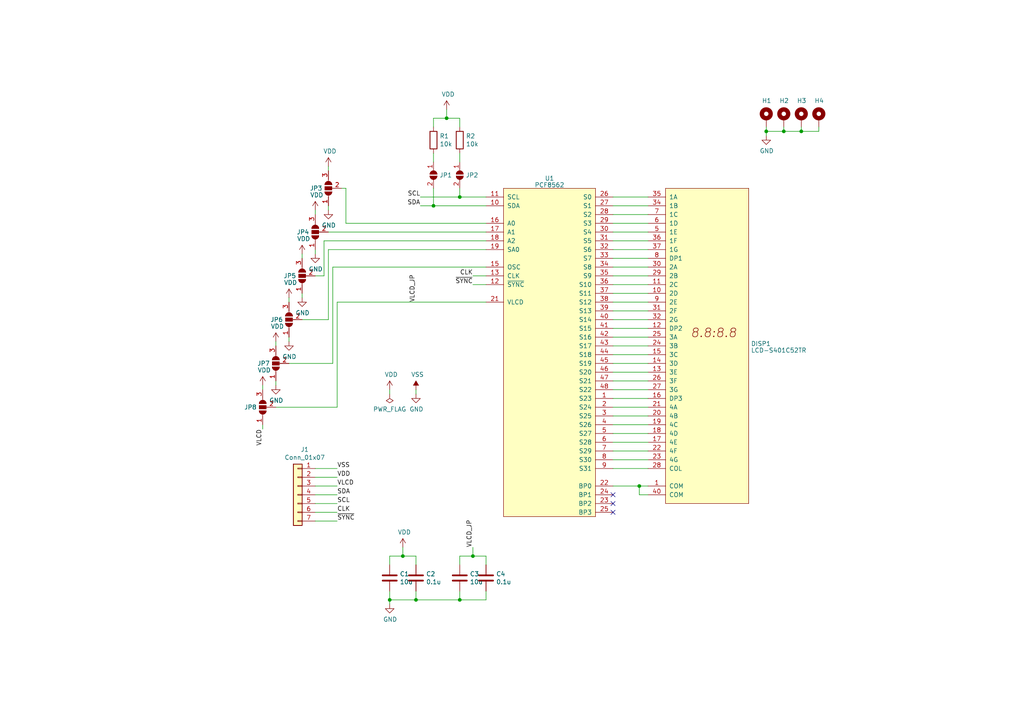
<source format=kicad_sch>
(kicad_sch (version 20230121) (generator eeschema)
  (paper "A4")
  (title_block (title "LCD 7 Segment Driver") (date "2021-02-01") (rev "2020.12") (company "github.com/SomeInterestingUserName/lcd-7seg"))
  (lib_symbols
    (symbol "Connector_Generic:Conn_01x07" (pin_names (offset 1.016) hide)
      (property "Reference" "J" (at 0 10.16 0))
      (property "Value" "Conn_01x07" (at 0 -10.16 0))
      (symbol "Conn_01x07_1_1"
        (rectangle (start -1.27 -7.493) (end 0 -7.747) (stroke (width 0.1524)))
        (rectangle (start -1.27 -4.953) (end 0 -5.207) (stroke (width 0.1524)))
        (rectangle (start -1.27 -2.413) (end 0 -2.667) (stroke (width 0.1524)))
        (rectangle (start -1.27 0.127) (end 0 -0.127) (stroke (width 0.1524)))
        (rectangle (start -1.27 2.667) (end 0 2.413) (stroke (width 0.1524)))
        (rectangle (start -1.27 5.207) (end 0 4.953) (stroke (width 0.1524)))
        (rectangle (start -1.27 7.747) (end 0 7.493) (stroke (width 0.1524)))
        (rectangle (start -1.27 8.89) (end 1.27 -8.89) (stroke (width 0.254)) (fill (type background)))
        (pin passive line (at -5.08 7.62 0) (length 3.81) (name "Pin_1") (number "1"))
        (pin passive line (at -5.08 5.08 0) (length 3.81) (name "Pin_2") (number "2"))
        (pin passive line (at -5.08 2.54 0) (length 3.81) (name "Pin_3") (number "3"))
        (pin passive line (at -5.08 0 0) (length 3.81) (name "Pin_4") (number "4"))
        (pin passive line (at -5.08 -2.54 0) (length 3.81) (name "Pin_5") (number "5"))
        (pin passive line (at -5.08 -5.08 0) (length 3.81) (name "Pin_6") (number "6"))
        (pin passive line (at -5.08 -7.62 0) (length 3.81) (name "Pin_7") (number "7"))
      )
    )
    (symbol "Device:C" (pin_numbers hide) (pin_names (offset 0.254))
      (property "Reference" "C" (at 0.635 2.54 0))
      (property "Value" "C" (at 0.635 -2.54 0))
      (symbol "C_0_1"
        (polyline (pts (xy -2.032 -0.762) (xy 2.032 -0.762)) (stroke (width 0.508)))
        (polyline (pts (xy -2.032 0.762) (xy 2.032 0.762)) (stroke (width 0.508)))
      )
      (symbol "C_1_1"
        (pin passive line (at 0 3.81 270) (length 2.794) (name "~") (number "1"))
        (pin passive line (at 0 -3.81 90) (length 2.794) (name "~") (number "2"))
      )
    )
    (symbol "Device:R" (pin_numbers hide) (pin_names (offset 0))
      (property "Reference" "R" (at 2.032 0 90))
      (property "Value" "R" (at 0 0 90))
      (symbol "R_0_1"
        (rectangle (start -1.016 -2.54) (end 1.016 2.54) (stroke (width 0.254)))
      )
      (symbol "R_1_1"
        (pin passive line (at 0 3.81 270) (length 1.27) (name "~") (number "1"))
        (pin passive line (at 0 -3.81 90) (length 1.27) (name "~") (number "2"))
      )
    )
    (symbol "Jumper:SolderJumper_2_Open" (pin_names (offset 0) hide)
      (property "Reference" "JP" (at 0 2.032 0))
      (property "Value" "SolderJumper_2_Open" (at 0 -2.54 0))
      (symbol "SolderJumper_2_Open_0_1"
        (arc (start -0.254 1.016) (mid -1.2656 0) (end -0.254 -1.016))
        (arc (start -0.254 1.016) (mid -1.2656 0) (end -0.254 -1.016) (fill (type outline)))
        (polyline (pts (xy -0.254 1.016) (xy -0.254 -1.016)))
        (polyline (pts (xy 0.254 1.016) (xy 0.254 -1.016)))
        (arc (start 0.254 -1.016) (mid 1.2656 0) (end 0.254 1.016))
        (arc (start 0.254 -1.016) (mid 1.2656 0) (end 0.254 1.016) (fill (type outline)))
      )
      (symbol "SolderJumper_2_Open_1_1"
        (pin passive line (at -3.81 0 0) (length 2.54) (name "A") (number "1"))
        (pin passive line (at 3.81 0 180) (length 2.54) (name "B") (number "2"))
      )
    )
    (symbol "Jumper:SolderJumper_3_Open" (pin_names (offset 0) hide)
      (property "Reference" "JP" (at -2.54 -2.54 0))
      (property "Value" "SolderJumper_3_Open" (at 0 2.794 0))
      (symbol "SolderJumper_3_Open_0_1"
        (arc (start -1.016 1.016) (mid -2.0276 0) (end -1.016 -1.016))
        (arc (start -1.016 1.016) (mid -2.0276 0) (end -1.016 -1.016) (fill (type outline)))
        (rectangle (start -0.508 1.016) (end 0.508 -1.016) (fill (type outline)))
        (polyline (pts (xy -2.54 0) (xy -2.032 0)))
        (polyline (pts (xy -1.016 1.016) (xy -1.016 -1.016)))
        (polyline (pts (xy 0 -1.27) (xy 0 -1.016)))
        (polyline (pts (xy 1.016 1.016) (xy 1.016 -1.016)))
        (polyline (pts (xy 2.54 0) (xy 2.032 0)))
        (arc (start 1.016 -1.016) (mid 2.0276 0) (end 1.016 1.016))
        (arc (start 1.016 -1.016) (mid 2.0276 0) (end 1.016 1.016) (fill (type outline)))
      )
      (symbol "SolderJumper_3_Open_1_1"
        (pin passive line (at -5.08 0 0) (length 2.54) (name "A") (number "1"))
        (pin passive line (at 0 -3.81 90) (length 2.54) (name "C") (number "2"))
        (pin passive line (at 5.08 0 180) (length 2.54) (name "B") (number "3"))
      )
    )
    (symbol "Mechanical:MountingHole_Pad" (pin_numbers hide) (pin_names (offset 1.016) hide)
      (property "Reference" "H" (at 0 6.35 0))
      (property "Value" "MountingHole_Pad" (at 0 4.445 0))
      (symbol "MountingHole_Pad_0_1"
        (circle (center 0 1.27) (radius 1.27) (stroke (width 1.27)))
      )
      (symbol "MountingHole_Pad_1_1"
        (pin input line (at 0 -2.54 90) (length 2.54) (name "1") (number "1"))
      )
    )
    (symbol "lcd-7seg:LCD-S401C52TR" (pin_names (offset 1.016))
      (property "Reference" "DISP" (at 1.27 3.81 0))
      (property "Value" "LCD-S401C52TR" (at 7.62 1.27 0))
      (symbol "LCD-S401C52TR_0_0"
        (text "8.8:8.8" (at 13.97 -41.91 0) (effects (font (size 2.54 2.54) italic)))
      )
      (symbol "LCD-S401C52TR_0_1"
        (rectangle (start 24.13 -91.44) (end 0 0) (fill (type background)))
      )
      (symbol "LCD-S401C52TR_1_1"
        (pin input line (at -5.08 -86.36 0) (length 5.08) (name "COM") (number "1"))
        (pin input line (at -5.08 -30.48 0) (length 5.08) (name "2D") (number "10"))
        (pin input line (at -5.08 -27.94 0) (length 5.08) (name "2C") (number "11"))
        (pin input line (at -5.08 -40.64 0) (length 5.08) (name "DP2") (number "12"))
        (pin input line (at -5.08 -53.34 0) (length 5.08) (name "3E") (number "13"))
        (pin input line (at -5.08 -50.8 0) (length 5.08) (name "3D") (number "14"))
        (pin input line (at -5.08 -48.26 0) (length 5.08) (name "3C") (number "15"))
        (pin input line (at -5.08 -60.96 0) (length 5.08) (name "DP3") (number "16"))
        (pin input line (at -5.08 -73.66 0) (length 5.08) (name "4E") (number "17"))
        (pin input line (at -5.08 -71.12 0) (length 5.08) (name "4D") (number "18"))
        (pin input line (at -5.08 -68.58 0) (length 5.08) (name "4C") (number "19"))
        (pin no_connect line (at 29.21 -3.81 180) (length 5.08) hide (name "N/C") (number "2"))
        (pin input line (at -5.08 -66.04 0) (length 5.08) (name "4B") (number "20"))
        (pin input line (at -5.08 -63.5 0) (length 5.08) (name "4A") (number "21"))
        (pin input line (at -5.08 -76.2 0) (length 5.08) (name "4F") (number "22"))
        (pin input line (at -5.08 -78.74 0) (length 5.08) (name "4G") (number "23"))
        (pin input line (at -5.08 -45.72 0) (length 5.08) (name "3B") (number "24"))
        (pin input line (at -5.08 -43.18 0) (length 5.08) (name "3A") (number "25"))
        (pin input line (at -5.08 -55.88 0) (length 5.08) (name "3F") (number "26"))
        (pin input line (at -5.08 -58.42 0) (length 5.08) (name "3G") (number "27"))
        (pin input line (at -5.08 -81.28 0) (length 5.08) (name "COL") (number "28"))
        (pin input line (at -5.08 -25.4 0) (length 5.08) (name "2B") (number "29"))
        (pin no_connect line (at 29.21 -6.35 180) (length 5.08) hide (name "N/C") (number "3"))
        (pin input line (at -5.08 -22.86 0) (length 5.08) (name "2A") (number "30"))
        (pin input line (at -5.08 -35.56 0) (length 5.08) (name "2F") (number "31"))
        (pin input line (at -5.08 -38.1 0) (length 5.08) (name "2G") (number "32"))
        (pin no_connect line (at 29.21 -11.43 180) (length 5.08) hide (name "N/C") (number "33"))
        (pin input line (at -5.08 -5.08 0) (length 5.08) (name "1B") (number "34"))
        (pin input line (at -5.08 -2.54 0) (length 5.08) (name "1A") (number "35"))
        (pin input line (at -5.08 -15.24 0) (length 5.08) (name "1F") (number "36"))
        (pin input line (at -5.08 -17.78 0) (length 5.08) (name "1G") (number "37"))
        (pin no_connect line (at 29.21 -13.97 180) (length 5.08) hide (name "N/C") (number "38"))
        (pin no_connect line (at 29.21 -16.51 180) (length 5.08) hide (name "N/C") (number "39"))
        (pin no_connect line (at 29.21 -8.89 180) (length 5.08) hide (name "N/C") (number "4"))
        (pin input line (at -5.08 -88.9 0) (length 5.08) (name "COM") (number "40"))
        (pin input line (at -5.08 -12.7 0) (length 5.08) (name "1E") (number "5"))
        (pin input line (at -5.08 -10.16 0) (length 5.08) (name "1D") (number "6"))
        (pin input line (at -5.08 -7.62 0) (length 5.08) (name "1C") (number "7"))
        (pin input line (at -5.08 -20.32 0) (length 5.08) (name "DP1") (number "8"))
        (pin input line (at -5.08 -33.02 0) (length 5.08) (name "2E") (number "9"))
      )
    )
    (symbol "lcd-7seg:PCF8562" (pin_names (offset 1.016))
      (property "Reference" "U" (at 2.54 3.81 0))
      (property "Value" "PCF8562" (at 5.08 1.27 0))
      (symbol "PCF8562_0_1"
        (rectangle (start 26.67 0) (end 0 -95.25) (fill (type background)))
      )
      (symbol "PCF8562_1_1"
        (pin output line (at 31.75 -60.96 180) (length 5.08) (name "S23") (number "1"))
        (pin input line (at -5.08 -5.08 0) (length 5.08) (name "SDA") (number "10"))
        (pin input line (at -5.08 -2.54 0) (length 5.08) (name "SCL") (number "11"))
        (pin input line (at -5.08 -27.94 0) (length 5.08) (name "~{SYNC}") (number "12"))
        (pin input line (at -5.08 -25.4 0) (length 5.08) (name "CLK") (number "13"))
        (pin power_in line (at 17.78 5.08 270) (length 5.08) hide (name "VDD") (number "14"))
        (pin input line (at -5.08 -22.86 0) (length 5.08) (name "OSC") (number "15"))
        (pin input line (at -5.08 -10.16 0) (length 5.08) (name "A0") (number "16"))
        (pin input line (at -5.08 -12.7 0) (length 5.08) (name "A1") (number "17"))
        (pin input line (at -5.08 -15.24 0) (length 5.08) (name "A2") (number "18"))
        (pin input line (at -5.08 -17.78 0) (length 5.08) (name "SA0") (number "19"))
        (pin output line (at 31.75 -63.5 180) (length 5.08) (name "S24") (number "2"))
        (pin power_in line (at 13.97 -100.33 90) (length 5.08) hide (name "VSS") (number "20"))
        (pin input line (at -5.08 -33.02 0) (length 5.08) (name "VLCD") (number "21"))
        (pin output line (at 31.75 -86.36 180) (length 5.08) (name "BP0") (number "22"))
        (pin output line (at 31.75 -91.44 180) (length 5.08) (name "BP2") (number "23"))
        (pin output line (at 31.75 -88.9 180) (length 5.08) (name "BP1") (number "24"))
        (pin output line (at 31.75 -93.98 180) (length 5.08) (name "BP3") (number "25"))
        (pin output line (at 31.75 -2.54 180) (length 5.08) (name "S0") (number "26"))
        (pin output line (at 31.75 -5.08 180) (length 5.08) (name "S1") (number "27"))
        (pin output line (at 31.75 -7.62 180) (length 5.08) (name "S2") (number "28"))
        (pin output line (at 31.75 -10.16 180) (length 5.08) (name "S3") (number "29"))
        (pin output line (at 31.75 -66.04 180) (length 5.08) (name "S25") (number "3"))
        (pin output line (at 31.75 -12.7 180) (length 5.08) (name "S4") (number "30"))
        (pin output line (at 31.75 -15.24 180) (length 5.08) (name "S5") (number "31"))
        (pin output line (at 31.75 -17.78 180) (length 5.08) (name "S6") (number "32"))
        (pin output line (at 31.75 -20.32 180) (length 5.08) (name "S7") (number "33"))
        (pin output line (at 31.75 -22.86 180) (length 5.08) (name "S8") (number "34"))
        (pin output line (at 31.75 -25.4 180) (length 5.08) (name "S9") (number "35"))
        (pin output line (at 31.75 -27.94 180) (length 5.08) (name "S10") (number "36"))
        (pin output line (at 31.75 -30.48 180) (length 5.08) (name "S11") (number "37"))
        (pin output line (at 31.75 -33.02 180) (length 5.08) (name "S12") (number "38"))
        (pin output line (at 31.75 -35.56 180) (length 5.08) (name "S13") (number "39"))
        (pin output line (at 31.75 -68.58 180) (length 5.08) (name "S26") (number "4"))
        (pin output line (at 31.75 -38.1 180) (length 5.08) (name "S14") (number "40"))
        (pin output line (at 31.75 -40.64 180) (length 5.08) (name "S15") (number "41"))
        (pin output line (at 31.75 -43.18 180) (length 5.08) (name "S16") (number "42"))
        (pin output line (at 31.75 -45.72 180) (length 5.08) (name "S17") (number "43"))
        (pin output line (at 31.75 -48.26 180) (length 5.08) (name "S18") (number "44"))
        (pin output line (at 31.75 -50.8 180) (length 5.08) (name "S19") (number "45"))
        (pin output line (at 31.75 -53.34 180) (length 5.08) (name "S20") (number "46"))
        (pin output line (at 31.75 -55.88 180) (length 5.08) (name "S21") (number "47"))
        (pin output line (at 31.75 -58.42 180) (length 5.08) (name "S22") (number "48"))
        (pin output line (at 31.75 -71.12 180) (length 5.08) (name "S27") (number "5"))
        (pin output line (at 31.75 -73.66 180) (length 5.08) (name "S28") (number "6"))
        (pin output line (at 31.75 -76.2 180) (length 5.08) (name "S29") (number "7"))
        (pin output line (at 31.75 -78.74 180) (length 5.08) (name "S30") (number "8"))
        (pin output line (at 31.75 -81.28 180) (length 5.08) (name "S31") (number "9"))
      )
    )
    (symbol "power:GND" (power) (pin_names (offset 0))
      (property "Value" "GND" (at 0 -3.81 0))
      (symbol "GND_0_1"
        (polyline (pts (xy 0 0) (xy 0 -1.27) (xy 1.27 -1.27) (xy 0 -2.54) (xy -1.27 -1.27) (xy 0 -1.27)))
      )
      (symbol "GND_1_1"
        (pin power_in line (at 0 0 270) (length 0) hide (name "GND") (number "1"))
      )
    )
    (symbol "power:PWR_FLAG" (power) (pin_numbers hide) (pin_names (offset 0) hide)
      (property "Value" "PWR_FLAG" (at 0 3.81 0))
      (symbol "PWR_FLAG_0_0"
        (pin power_out line (at 0 0 90) (length 0) (name "pwr") (number "1"))
      )
      (symbol "PWR_FLAG_0_1"
        (polyline (pts (xy 0 0) (xy 0 1.27) (xy -1.016 1.905) (xy 0 2.54) (xy 1.016 1.905) (xy 0 1.27)))
      )
    )
    (symbol "power:VDD" (power) (pin_names (offset 0))
      (property "Value" "VDD" (at 0 3.81 0))
      (symbol "VDD_0_1"
        (polyline (pts (xy -0.762 1.27) (xy 0 2.54)))
        (polyline (pts (xy 0 0) (xy 0 2.54)))
        (polyline (pts (xy 0 2.54) (xy 0.762 1.27)))
      )
      (symbol "VDD_1_1"
        (pin power_in line (at 0 0 90) (length 0) hide (name "VDD") (number "1"))
      )
    )
    (symbol "power:VSS" (power) (pin_names (offset 0))
      (property "Value" "VSS" (at 0 3.81 0))
      (symbol "VSS_0_1"
        (polyline (pts (xy 0 0) (xy 0 2.54)))
        (polyline (pts (xy 0.762 1.27) (xy -0.762 1.27) (xy 0 2.54) (xy 0.762 1.27)) (fill (type outline)))
      )
      (symbol "VSS_1_1"
        (pin power_in line (at 0 0 90) (length 0) hide (name "VSS") (number "1"))
      )
    )
  )
  (junction (at 120.65 173.99))
  (junction (at 116.84 161.29))
  (junction (at 137.16 161.29))
  (junction (at 232.41 38.1))
  (junction (at 133.35 173.99))
  (junction (at 133.35 57.15))
  (junction (at 185.42 140.97))
  (junction (at 113.03 173.99))
  (junction (at 129.54 34.29))
  (junction (at 227.33 38.1))
  (junction (at 125.73 59.69))
  (junction (at 222.25 38.1))
  (no_connect (at 177.8 146.05))
  (no_connect (at 177.8 148.59))
  (no_connect (at 177.8 143.51))
  (wire (pts (xy 227.33 38.1) (xy 232.41 38.1)))
  (wire (pts (xy 177.8 67.31) (xy 187.96 67.31)))
  (wire (pts (xy 177.8 85.09) (xy 187.96 85.09)))
  (wire (pts (xy 177.8 102.87) (xy 187.96 102.87)))
  (wire (pts (xy 177.8 59.69) (xy 187.96 59.69)))
  (wire (pts (xy 177.8 90.17) (xy 187.96 90.17)))
  (wire (pts (xy 137.16 161.29) (xy 140.97 161.29)))
  (wire (pts (xy 177.8 125.73) (xy 187.96 125.73)))
  (wire (pts (xy 125.73 59.69) (xy 140.97 59.69)))
  (wire (pts (xy 125.73 59.69) (xy 121.92 59.69)))
  (wire (pts (xy 95.25 60.96) (xy 95.25 59.69)))
  (wire (pts (xy 177.8 57.15) (xy 187.96 57.15)))
  (wire (pts (xy 91.44 135.89) (xy 97.79 135.89)))
  (wire (pts (xy 113.03 175.26) (xy 113.03 173.99)))
  (wire (pts (xy 95.25 67.31) (xy 140.97 67.31)))
  (wire (pts (xy 91.44 60.96) (xy 91.44 62.23)))
  (wire (pts (xy 76.2 124.46) (xy 76.2 123.19)))
  (wire (pts (xy 140.97 173.99) (xy 140.97 171.45)))
  (wire (pts (xy 97.79 87.63) (xy 140.97 87.63)))
  (wire (pts (xy 177.8 133.35) (xy 187.96 133.35)))
  (wire (pts (xy 222.25 39.37) (xy 222.25 38.1)))
  (wire (pts (xy 133.35 173.99) (xy 140.97 173.99)))
  (wire (pts (xy 116.84 158.75) (xy 116.84 161.29)))
  (wire (pts (xy 177.8 95.25) (xy 187.96 95.25)))
  (wire (pts (xy 137.16 158.75) (xy 137.16 161.29)))
  (wire (pts (xy 129.54 34.29) (xy 129.54 31.75)))
  (wire (pts (xy 80.01 111.76) (xy 80.01 110.49)))
  (wire (pts (xy 177.8 123.19) (xy 187.96 123.19)))
  (wire (pts (xy 133.35 57.15) (xy 121.92 57.15)))
  (wire (pts (xy 87.63 86.36) (xy 87.63 85.09)))
  (wire (pts (xy 93.98 69.85) (xy 93.98 80.01)))
  (wire (pts (xy 140.97 69.85) (xy 93.98 69.85)))
  (wire (pts (xy 232.41 38.1) (xy 237.49 38.1)))
  (wire (pts (xy 133.35 44.45) (xy 133.35 46.99)))
  (wire (pts (xy 83.82 105.41) (xy 96.52 105.41)))
  (wire (pts (xy 177.8 118.11) (xy 187.96 118.11)))
  (wire (pts (xy 222.25 38.1) (xy 227.33 38.1)))
  (wire (pts (xy 113.03 173.99) (xy 120.65 173.99)))
  (wire (pts (xy 120.65 161.29) (xy 116.84 161.29)))
  (wire (pts (xy 83.82 99.06) (xy 83.82 97.79)))
  (wire (pts (xy 96.52 77.47) (xy 140.97 77.47)))
  (wire (pts (xy 232.41 38.1) (xy 232.41 36.83)))
  (wire (pts (xy 97.79 148.59) (xy 91.44 148.59)))
  (wire (pts (xy 177.8 87.63) (xy 187.96 87.63)))
  (wire (pts (xy 177.8 62.23) (xy 187.96 62.23)))
  (wire (pts (xy 133.35 54.61) (xy 133.35 57.15)))
  (wire (pts (xy 177.8 110.49) (xy 187.96 110.49)))
  (wire (pts (xy 177.8 115.57) (xy 187.96 115.57)))
  (wire (pts (xy 96.52 105.41) (xy 96.52 77.47)))
  (wire (pts (xy 185.42 143.51) (xy 185.42 140.97)))
  (wire (pts (xy 177.8 128.27) (xy 187.96 128.27)))
  (wire (pts (xy 80.01 118.11) (xy 97.79 118.11)))
  (wire (pts (xy 177.8 120.65) (xy 187.96 120.65)))
  (wire (pts (xy 177.8 113.03) (xy 187.96 113.03)))
  (wire (pts (xy 95.25 92.71) (xy 87.63 92.71)))
  (wire (pts (xy 129.54 34.29) (xy 133.35 34.29)))
  (wire (pts (xy 177.8 92.71) (xy 187.96 92.71)))
  (wire (pts (xy 125.73 34.29) (xy 129.54 34.29)))
  (wire (pts (xy 83.82 86.36) (xy 83.82 87.63)))
  (wire (pts (xy 177.8 140.97) (xy 185.42 140.97)))
  (wire (pts (xy 177.8 72.39) (xy 187.96 72.39)))
  (wire (pts (xy 177.8 74.93) (xy 187.96 74.93)))
  (wire (pts (xy 185.42 140.97) (xy 187.96 140.97)))
  (wire (pts (xy 97.79 140.97) (xy 91.44 140.97)))
  (wire (pts (xy 177.8 64.77) (xy 187.96 64.77)))
  (wire (pts (xy 120.65 173.99) (xy 120.65 171.45)))
  (wire (pts (xy 95.25 48.26) (xy 95.25 49.53)))
  (wire (pts (xy 95.25 72.39) (xy 95.25 92.71)))
  (wire (pts (xy 140.97 72.39) (xy 95.25 72.39)))
  (wire (pts (xy 177.8 69.85) (xy 187.96 69.85)))
  (wire (pts (xy 116.84 161.29) (xy 113.03 161.29)))
  (wire (pts (xy 177.8 82.55) (xy 187.96 82.55)))
  (wire (pts (xy 120.65 163.83) (xy 120.65 161.29)))
  (wire (pts (xy 133.35 34.29) (xy 133.35 36.83)))
  (wire (pts (xy 177.8 105.41) (xy 187.96 105.41)))
  (wire (pts (xy 120.65 173.99) (xy 133.35 173.99)))
  (wire (pts (xy 99.06 54.61) (xy 100.33 54.61)))
  (wire (pts (xy 222.25 38.1) (xy 222.25 36.83)))
  (wire (pts (xy 137.16 80.01) (xy 140.97 80.01)))
  (wire (pts (xy 137.16 82.55) (xy 140.97 82.55)))
  (wire (pts (xy 125.73 36.83) (xy 125.73 34.29)))
  (wire (pts (xy 80.01 99.06) (xy 80.01 100.33)))
  (wire (pts (xy 140.97 161.29) (xy 140.97 163.83)))
  (wire (pts (xy 113.03 114.3) (xy 113.03 113.03)))
  (wire (pts (xy 100.33 64.77) (xy 140.97 64.77)))
  (wire (pts (xy 237.49 38.1) (xy 237.49 36.83)))
  (wire (pts (xy 187.96 143.51) (xy 185.42 143.51)))
  (wire (pts (xy 97.79 151.13) (xy 91.44 151.13)))
  (wire (pts (xy 120.65 114.3) (xy 120.65 113.03)))
  (wire (pts (xy 133.35 173.99) (xy 133.35 171.45)))
  (wire (pts (xy 125.73 54.61) (xy 125.73 59.69)))
  (wire (pts (xy 125.73 44.45) (xy 125.73 46.99)))
  (wire (pts (xy 91.44 73.66) (xy 91.44 72.39)))
  (wire (pts (xy 177.8 80.01) (xy 187.96 80.01)))
  (wire (pts (xy 177.8 97.79) (xy 187.96 97.79)))
  (wire (pts (xy 87.63 73.66) (xy 87.63 74.93)))
  (wire (pts (xy 97.79 146.05) (xy 91.44 146.05)))
  (wire (pts (xy 97.79 118.11) (xy 97.79 87.63)))
  (wire (pts (xy 113.03 173.99) (xy 113.03 171.45)))
  (wire (pts (xy 177.8 77.47) (xy 187.96 77.47)))
  (wire (pts (xy 97.79 143.51) (xy 91.44 143.51)))
  (wire (pts (xy 133.35 57.15) (xy 140.97 57.15)))
  (wire (pts (xy 93.98 80.01) (xy 91.44 80.01)))
  (wire (pts (xy 133.35 161.29) (xy 137.16 161.29)))
  (wire (pts (xy 177.8 130.81) (xy 187.96 130.81)))
  (wire (pts (xy 177.8 135.89) (xy 187.96 135.89)))
  (wire (pts (xy 177.8 100.33) (xy 187.96 100.33)))
  (wire (pts (xy 113.03 161.29) (xy 113.03 163.83)))
  (wire (pts (xy 97.79 138.43) (xy 91.44 138.43)))
  (wire (pts (xy 133.35 163.83) (xy 133.35 161.29)))
  (wire (pts (xy 76.2 111.76) (xy 76.2 113.03)))
  (wire (pts (xy 177.8 107.95) (xy 187.96 107.95)))
  (wire (pts (xy 100.33 54.61) (xy 100.33 64.77)))
  (wire (pts (xy 227.33 38.1) (xy 227.33 36.83)))
  (label "SCL" (at 121.92 57.15 180))
  (label "VLCD" (at 76.2 124.46 270))
  (label "SDA" (at 97.79 143.51 0))
  (label "VDD" (at 97.79 138.43 0))
  (label "CLK" (at 137.16 80.01 180))
  (label "VLCD_JP" (at 137.16 158.75 90))
  (label "VLCD_JP" (at 120.65 87.63 90))
  (label "CLK" (at 97.79 148.59 0))
  (label "SCL" (at 97.79 146.05 0))
  (label "SDA" (at 121.92 59.69 180))
  (label "~{SYNC}" (at 97.79 151.13 0))
  (label "~{SYNC}" (at 137.16 82.55 180))
  (label "VSS" (at 97.79 135.89 0))
  (label "VLCD" (at 97.79 140.97 0))
  (symbol (lib_id "Jumper:SolderJumper_2_Open") (at 133.35 50.8 270) (unit 1)
    (property "Reference" "JP2" (at 135.0772 50.8 90) (effects (justify left)))
    (property "Value" "SolderJumper_2_Open" (effects hide))
    (property "Footprint" "Jumper:SolderJumper-2_P1.3mm_Open_TrianglePad1.0x1.5mm" (effects hide))
  )
  (symbol (lib_id "Jumper:SolderJumper_2_Open") (at 125.73 50.8 270) (unit 1)
    (property "Reference" "JP1" (at 127.4572 50.8 90) (effects (justify left)))
    (property "Value" "SolderJumper_2_Open" (effects hide))
    (property "Footprint" "Jumper:SolderJumper-2_P1.3mm_Open_TrianglePad1.0x1.5mm" (effects hide))
  )
  (symbol (lib_id "Device:R") (at 133.35 40.64 0) (unit 1)
    (property "Reference" "R2" (at 135.128 39.4716 0) (effects (justify left)))
    (property "Value" "10k" (at 135.128 41.783 0) (effects (justify left)))
    (property "Footprint" "Resistor_SMD:R_0805_2012Metric" (effects hide))
  )
  (symbol (lib_id "Device:R") (at 125.73 40.64 0) (unit 1)
    (property "Reference" "R1" (at 127.508 39.4716 0) (effects (justify left)))
    (property "Value" "10k" (at 127.508 41.783 0) (effects (justify left)))
    (property "Footprint" "Resistor_SMD:R_0805_2012Metric" (effects hide))
  )
  (symbol (lib_id "power:VDD") (at 129.54 31.75 0) (unit 1)
    (property "Reference" "#PWR01" (effects hide))
    (property "Value" "VDD" (at 129.9718 27.3558 0))
  )
  (symbol (lib_id "Jumper:SolderJumper_3_Open") (at 95.25 54.61 90) (unit 1)
    (property "Reference" "JP3" (at 93.5228 54.61 90) (effects (justify left)))
    (property "Value" "SolderJumper_3_Open" (effects hide))
    (property "Footprint" "Jumper:SolderJumper-3_P2.0mm_Open_TrianglePad1.0x1.5mm" (effects hide))
  )
  (symbol (lib_id "power:VDD") (at 95.25 48.26 0) (unit 1)
    (property "Reference" "#PWR02" (effects hide))
    (property "Value" "VDD" (at 95.6818 43.8658 0))
  )
  (symbol (lib_id "power:GND") (at 95.25 60.96 0) (unit 1)
    (property "Reference" "#PWR04" (effects hide))
    (property "Value" "GND" (at 95.377 65.3542 0))
  )
  (symbol (lib_id "Jumper:SolderJumper_3_Open") (at 91.44 67.31 90) (unit 1)
    (property "Reference" "JP4" (at 89.7128 67.31 90) (effects (justify left)))
    (property "Value" "SolderJumper_3_Open" (effects hide))
    (property "Footprint" "Jumper:SolderJumper-3_P2.0mm_Open_TrianglePad1.0x1.5mm" (effects hide))
  )
  (symbol (lib_id "power:VDD") (at 91.44 60.96 0) (unit 1)
    (property "Reference" "#PWR03" (effects hide))
    (property "Value" "VDD" (at 91.8718 56.5658 0))
  )
  (symbol (lib_id "power:GND") (at 91.44 73.66 0) (unit 1)
    (property "Reference" "#PWR06" (effects hide))
    (property "Value" "GND" (at 91.567 78.0542 0))
  )
  (symbol (lib_id "Jumper:SolderJumper_3_Open") (at 87.63 80.01 90) (unit 1)
    (property "Reference" "JP5" (at 85.9028 80.01 90) (effects (justify left)))
    (property "Value" "SolderJumper_3_Open" (effects hide))
    (property "Footprint" "Jumper:SolderJumper-3_P2.0mm_Open_TrianglePad1.0x1.5mm" (effects hide))
  )
  (symbol (lib_id "power:VDD") (at 87.63 73.66 0) (unit 1)
    (property "Reference" "#PWR05" (effects hide))
    (property "Value" "VDD" (at 88.0618 69.2658 0))
  )
  (symbol (lib_id "power:GND") (at 87.63 86.36 0) (unit 1)
    (property "Reference" "#PWR08" (effects hide))
    (property "Value" "GND" (at 87.757 90.7542 0))
  )
  (symbol (lib_id "Jumper:SolderJumper_3_Open") (at 83.82 92.71 90) (unit 1)
    (property "Reference" "JP6" (at 82.0928 92.71 90) (effects (justify left)))
    (property "Value" "SolderJumper_3_Open" (effects hide))
    (property "Footprint" "Jumper:SolderJumper-3_P2.0mm_Open_TrianglePad1.0x1.5mm" (effects hide))
  )
  (symbol (lib_id "power:VDD") (at 83.82 86.36 0) (unit 1)
    (property "Reference" "#PWR07" (effects hide))
    (property "Value" "VDD" (at 84.2518 81.9658 0))
  )
  (symbol (lib_id "power:GND") (at 83.82 99.06 0) (unit 1)
    (property "Reference" "#PWR010" (effects hide))
    (property "Value" "GND" (at 83.947 103.4542 0))
  )
  (symbol (lib_id "Jumper:SolderJumper_3_Open") (at 80.01 105.41 90) (unit 1)
    (property "Reference" "JP7" (at 78.2828 105.41 90) (effects (justify left)))
    (property "Value" "SolderJumper_3_Open" (effects hide))
    (property "Footprint" "Jumper:SolderJumper-3_P2.0mm_Open_TrianglePad1.0x1.5mm" (effects hide))
  )
  (symbol (lib_id "power:VDD") (at 80.01 99.06 0) (unit 1)
    (property "Reference" "#PWR09" (effects hide))
    (property "Value" "VDD" (at 80.4418 94.6658 0))
  )
  (symbol (lib_id "power:GND") (at 80.01 111.76 0) (unit 1)
    (property "Reference" "#PWR012" (effects hide))
    (property "Value" "GND" (at 80.137 116.1542 0))
  )
  (symbol (lib_id "Jumper:SolderJumper_3_Open") (at 76.2 118.11 90) (unit 1)
    (property "Reference" "JP8" (at 74.4728 118.11 90) (effects (justify left)))
    (property "Value" "SolderJumper_3_Open" (effects hide))
    (property "Footprint" "Jumper:SolderJumper-3_P2.0mm_Open_TrianglePad1.0x1.5mm" (effects hide))
  )
  (symbol (lib_id "power:VDD") (at 76.2 111.76 0) (unit 1)
    (property "Reference" "#PWR011" (effects hide))
    (property "Value" "VDD" (at 76.6318 107.3658 0))
  )
  (symbol (lib_id "Connector_Generic:Conn_01x07") (at 86.36 143.51 0) (mirror y) (unit 1)
    (property "Reference" "J1" (at 88.392 130.3782 0))
    (property "Value" "Conn_01x07" (at 88.392 132.6896 0))
    (property "Footprint" "Connector_PinHeader_2.54mm:PinHeader_1x07_P2.54mm_Vertical" (effects hide))
  )
  (symbol (lib_id "power:VDD") (at 113.03 113.03 0) (unit 1)
    (property "Reference" "#PWR013" (effects hide))
    (property "Value" "VDD" (at 113.4618 108.6358 0))
  )
  (symbol (lib_id "power:PWR_FLAG") (at 113.03 114.3 180) (unit 1)
    (property "Reference" "#FLG01" (effects hide))
    (property "Value" "PWR_FLAG" (at 113.03 118.6942 0))
  )
  (symbol (lib_id "power:VSS") (at 120.65 113.03 0) (unit 1)
    (property "Reference" "#PWR0101" (effects hide))
    (property "Value" "VSS" (at 121.0818 108.6358 0))
  )
  (symbol (lib_id "power:GND") (at 120.65 114.3 0) (unit 1)
    (property "Reference" "#PWR0102" (effects hide))
    (property "Value" "GND" (at 120.777 118.6942 0))
  )
  (symbol (lib_id "Device:C") (at 113.03 167.64 0) (unit 1)
    (property "Reference" "C1" (at 115.951 166.4716 0) (effects (justify left)))
    (property "Value" "10u" (at 115.951 168.783 0) (effects (justify left)))
    (property "Footprint" "Capacitor_SMD:C_0805_2012Metric" (effects hide))
  )
  (symbol (lib_id "Device:C") (at 120.65 167.64 0) (unit 1)
    (property "Reference" "C2" (at 123.571 166.4716 0) (effects (justify left)))
    (property "Value" "0.1u" (at 123.571 168.783 0) (effects (justify left)))
    (property "Footprint" "Capacitor_SMD:C_0805_2012Metric" (effects hide))
  )
  (symbol (lib_id "Device:C") (at 133.35 167.64 0) (unit 1)
    (property "Reference" "C3" (at 136.271 166.4716 0) (effects (justify left)))
    (property "Value" "10u" (at 136.271 168.783 0) (effects (justify left)))
    (property "Footprint" "Capacitor_SMD:C_0805_2012Metric" (effects hide))
  )
  (symbol (lib_id "Device:C") (at 140.97 167.64 0) (unit 1)
    (property "Reference" "C4" (at 143.891 166.4716 0) (effects (justify left)))
    (property "Value" "0.1u" (at 143.891 168.783 0) (effects (justify left)))
    (property "Footprint" "Capacitor_SMD:C_0805_2012Metric" (effects hide))
  )
  (symbol (lib_id "power:GND") (at 113.03 175.26 0) (unit 1)
    (property "Reference" "#PWR015" (effects hide))
    (property "Value" "GND" (at 113.157 179.6542 0))
  )
  (symbol (lib_id "power:VDD") (at 116.84 158.75 0) (unit 1)
    (property "Reference" "#PWR014" (effects hide))
    (property "Value" "VDD" (at 117.2718 154.3558 0))
  )
  (symbol (lib_id "Mechanical:MountingHole_Pad") (at 222.25 34.29 0) (unit 1)
    (property "Reference" "H1" (at 220.98 29.21 0) (effects (justify left)))
    (property "Value" "MountingHole_Pad" (effects hide))
    (property "Footprint" "MountingHole:MountingHole_3.2mm_M3_Pad_Via" (effects hide))
  )
  (symbol (lib_id "Mechanical:MountingHole_Pad") (at 227.33 34.29 0) (unit 1)
    (property "Reference" "H2" (at 226.06 29.21 0) (effects (justify left)))
    (property "Value" "MountingHole_Pad" (effects hide))
    (property "Footprint" "MountingHole:MountingHole_3.2mm_M3_Pad_Via" (effects hide))
  )
  (symbol (lib_id "Mechanical:MountingHole_Pad") (at 232.41 34.29 0) (unit 1)
    (property "Reference" "H3" (at 231.14 29.21 0) (effects (justify left)))
    (property "Value" "MountingHole_Pad" (effects hide))
    (property "Footprint" "MountingHole:MountingHole_3.2mm_M3_Pad_Via" (effects hide))
  )
  (symbol (lib_id "Mechanical:MountingHole_Pad") (at 237.49 34.29 0) (unit 1)
    (property "Reference" "H4" (at 236.22 29.21 0) (effects (justify left)))
    (property "Value" "MountingHole_Pad" (effects hide))
    (property "Footprint" "MountingHole:MountingHole_3.2mm_M3_Pad_Via" (effects hide))
  )
  (symbol (lib_id "power:GND") (at 222.25 39.37 0) (unit 1)
    (property "Reference" "#PWR016" (effects hide))
    (property "Value" "GND" (at 222.377 43.7642 0))
  )
  (symbol (lib_id "lcd-7seg:LCD-S401C52TR") (at 193.04 54.61 0) (unit 1)
    (property "Reference" "DISP1" (at 217.805 99.6863 0) (effects (justify left)))
    (property "Value" "LCD-S401C52TR" (at 217.805 101.6073 0) (effects (justify left)))
    (property "Footprint" "lcd-7seg:S401C52TR" (effects hide))
  )
  (symbol (lib_id "lcd-7seg:PCF8562") (at 146.05 54.61 0) (unit 1)
    (property "Reference" "U1" (at 159.385 51.7271 0))
    (property "Value" "PCF8562" (at 159.385 53.6481 0))
    (property "Footprint" "Package_SO:TSSOP-48_6.1x12.5mm_P0.5mm" (effects hide))
  )
)
</source>
